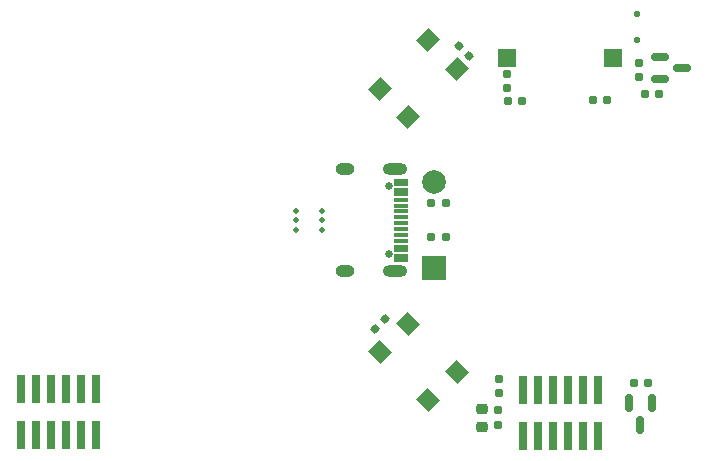
<source format=gbr>
%TF.GenerationSoftware,KiCad,Pcbnew,9.0.1-9.0.1-0~ubuntu22.04.1*%
%TF.CreationDate,2025-04-16T22:26:59+05:30*%
%TF.ProjectId,BEEWATCH MK2,42454557-4154-4434-9820-4d4b322e6b69,rev?*%
%TF.SameCoordinates,Original*%
%TF.FileFunction,Soldermask,Bot*%
%TF.FilePolarity,Negative*%
%FSLAX46Y46*%
G04 Gerber Fmt 4.6, Leading zero omitted, Abs format (unit mm)*
G04 Created by KiCad (PCBNEW 9.0.1-9.0.1-0~ubuntu22.04.1) date 2025-04-16 22:26:59*
%MOMM*%
%LPD*%
G01*
G04 APERTURE LIST*
G04 Aperture macros list*
%AMRoundRect*
0 Rectangle with rounded corners*
0 $1 Rounding radius*
0 $2 $3 $4 $5 $6 $7 $8 $9 X,Y pos of 4 corners*
0 Add a 4 corners polygon primitive as box body*
4,1,4,$2,$3,$4,$5,$6,$7,$8,$9,$2,$3,0*
0 Add four circle primitives for the rounded corners*
1,1,$1+$1,$2,$3*
1,1,$1+$1,$4,$5*
1,1,$1+$1,$6,$7*
1,1,$1+$1,$8,$9*
0 Add four rect primitives between the rounded corners*
20,1,$1+$1,$2,$3,$4,$5,0*
20,1,$1+$1,$4,$5,$6,$7,0*
20,1,$1+$1,$6,$7,$8,$9,0*
20,1,$1+$1,$8,$9,$2,$3,0*%
%AMRotRect*
0 Rectangle, with rotation*
0 The origin of the aperture is its center*
0 $1 length*
0 $2 width*
0 $3 Rotation angle, in degrees counterclockwise*
0 Add horizontal line*
21,1,$1,$2,0,0,$3*%
G04 Aperture macros list end*
%ADD10C,0.500000*%
%ADD11RoundRect,0.160000X-0.197500X-0.160000X0.197500X-0.160000X0.197500X0.160000X-0.197500X0.160000X0*%
%ADD12RoundRect,0.150000X-0.150000X0.587500X-0.150000X-0.587500X0.150000X-0.587500X0.150000X0.587500X0*%
%ADD13RoundRect,0.160000X-0.160000X0.197500X-0.160000X-0.197500X0.160000X-0.197500X0.160000X0.197500X0*%
%ADD14RoundRect,0.160000X-0.252791X0.026517X0.026517X-0.252791X0.252791X-0.026517X-0.026517X0.252791X0*%
%ADD15R,0.740000X2.400000*%
%ADD16R,1.570000X1.600000*%
%ADD17C,0.650000*%
%ADD18R,1.150000X0.300000*%
%ADD19O,1.600000X1.000000*%
%ADD20O,2.100000X1.000000*%
%ADD21RoundRect,0.160000X0.197500X0.160000X-0.197500X0.160000X-0.197500X-0.160000X0.197500X-0.160000X0*%
%ADD22RoundRect,0.125000X0.125000X-0.125000X0.125000X0.125000X-0.125000X0.125000X-0.125000X-0.125000X0*%
%ADD23RoundRect,0.225000X0.250000X-0.225000X0.250000X0.225000X-0.250000X0.225000X-0.250000X-0.225000X0*%
%ADD24RoundRect,0.150000X-0.587500X-0.150000X0.587500X-0.150000X0.587500X0.150000X-0.587500X0.150000X0*%
%ADD25RotRect,1.400000X1.500000X315.000000*%
%ADD26R,2.000000X2.000000*%
%ADD27C,2.000000*%
%ADD28RoundRect,0.160000X-0.026517X-0.252791X0.252791X0.026517X0.026517X0.252791X-0.252791X-0.026517X0*%
%ADD29RotRect,1.400000X1.500000X45.000000*%
%ADD30RoundRect,0.160000X0.160000X-0.197500X0.160000X0.197500X-0.160000X0.197500X-0.160000X-0.197500X0*%
G04 APERTURE END LIST*
D10*
%TO.C,mouse-bite-2.54mm-slot*%
X-22361866Y-800000D03*
X-20161866Y-800000D03*
X-22361866Y0D03*
X-20161866Y0D03*
X-22361866Y800000D03*
X-20161866Y800000D03*
%TD*%
D11*
%TO.C,R9*%
X7152500Y10650000D03*
X8347500Y10650000D03*
%TD*%
D12*
%TO.C,Q2*%
X5850000Y-15462500D03*
X7750000Y-15462500D03*
X6800000Y-17337500D03*
%TD*%
D13*
%TO.C,R17*%
X-5200000Y-13402500D03*
X-5200000Y-14597500D03*
%TD*%
D11*
%TO.C,R29*%
X-4397500Y10100000D03*
X-3202500Y10100000D03*
%TD*%
%TO.C,R2*%
X-10897500Y1500000D03*
X-9702500Y1500000D03*
%TD*%
D14*
%TO.C,R3*%
X-8522496Y14722496D03*
X-7677504Y13877504D03*
%TD*%
D15*
%TO.C,J4*%
X-45625000Y-14300000D03*
X-45625000Y-18200000D03*
X-44355000Y-14300000D03*
X-44355000Y-18200000D03*
X-43085000Y-14300000D03*
X-43085000Y-18200000D03*
X-41815000Y-14300000D03*
X-41815000Y-18200000D03*
X-40545000Y-14300000D03*
X-40545000Y-18200000D03*
X-39275000Y-14300000D03*
X-39275000Y-18200000D03*
%TD*%
D16*
%TO.C,BZ1*%
X4500000Y13750000D03*
X-4500000Y13750000D03*
%TD*%
D13*
%TO.C,R19*%
X-5300000Y-16100000D03*
X-5300000Y-17295000D03*
%TD*%
D17*
%TO.C,J1*%
X-14495000Y-2890000D03*
X-14495000Y2890000D03*
D18*
X-13430000Y-3350000D03*
X-13430000Y-2550000D03*
X-13430000Y-1250000D03*
X-13430000Y-250000D03*
X-13430000Y250000D03*
X-13430000Y1250000D03*
X-13430000Y2550000D03*
X-13430000Y3350000D03*
X-13430000Y3050000D03*
X-13430000Y2250000D03*
X-13430000Y1750000D03*
X-13430000Y750000D03*
X-13430000Y-750000D03*
X-13430000Y-1750000D03*
X-13430000Y-2250000D03*
X-13430000Y-3050000D03*
D19*
X-18175000Y-4320000D03*
D20*
X-13995000Y-4320000D03*
D19*
X-18175000Y4320000D03*
D20*
X-13995000Y4320000D03*
%TD*%
D21*
%TO.C,R30*%
X3953579Y10150000D03*
X2758579Y10150000D03*
%TD*%
D22*
%TO.C,D4*%
X6500000Y15300000D03*
X6500000Y17500000D03*
%TD*%
D23*
%TO.C,C18*%
X-6600000Y-17495000D03*
X-6600000Y-15945000D03*
%TD*%
D24*
%TO.C,Q1*%
X8462500Y11950000D03*
X8462500Y13850000D03*
X10337500Y12900000D03*
%TD*%
D11*
%TO.C,R1*%
X-10897500Y-1400000D03*
X-9702500Y-1400000D03*
%TD*%
D25*
%TO.C,SW1*%
X-15252691Y11151472D03*
X-11151472Y15252691D03*
X-12848528Y8747309D03*
X-8747309Y12848528D03*
%TD*%
D26*
%TO.C,BT1*%
X-10700000Y-4000000D03*
D27*
X-10700000Y3200000D03*
%TD*%
D13*
%TO.C,R10*%
X6650000Y13297500D03*
X6650000Y12102500D03*
%TD*%
D28*
%TO.C,R5*%
X-15683120Y-9183120D03*
X-14838128Y-8338128D03*
%TD*%
D15*
%TO.C,J3*%
X-3175000Y-14350000D03*
X-3175000Y-18250000D03*
X-1905000Y-14350000D03*
X-1905000Y-18250000D03*
X-635000Y-14350000D03*
X-635000Y-18250000D03*
X635000Y-14350000D03*
X635000Y-18250000D03*
X1905000Y-14350000D03*
X1905000Y-18250000D03*
X3175000Y-14350000D03*
X3175000Y-18250000D03*
%TD*%
D29*
%TO.C,SW2*%
X-11151472Y-15252691D03*
X-15252691Y-11151472D03*
X-8747309Y-12848528D03*
X-12848528Y-8747309D03*
%TD*%
D30*
%TO.C,R53*%
X-4500000Y11202500D03*
X-4500000Y12397500D03*
%TD*%
D11*
%TO.C,R18*%
X6252500Y-13762500D03*
X7447500Y-13762500D03*
%TD*%
M02*

</source>
